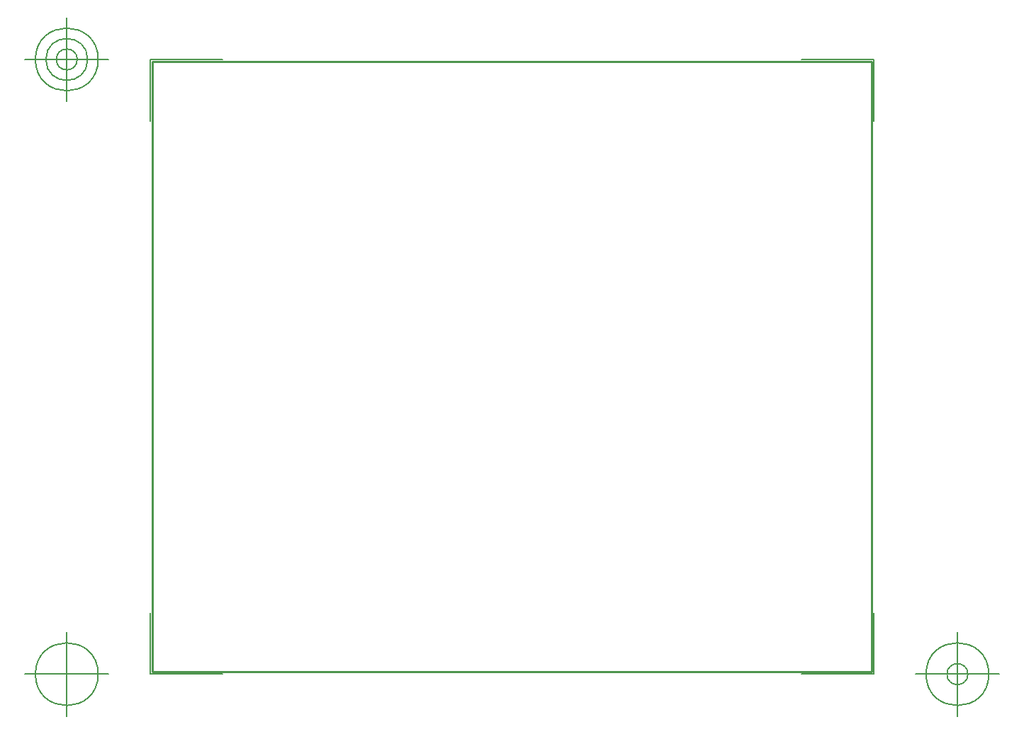
<source format=gbr>
G04 Generated by Ultiboard 14.0 *
%FSLAX24Y24*%
%MOIN*%

%ADD10C,0.0001*%
%ADD11C,0.0050*%
%ADD12C,0.0100*%


G04 ColorRGB FF14FF for the following layer *
%LNSilkscreen Bottom*%
%LPD*%
G54D10*
G54D11*
X25960Y4200D02*
X25960Y7095D01*
X25960Y4200D02*
X29362Y4200D01*
X59980Y4200D02*
X56578Y4200D01*
X59980Y4200D02*
X59980Y7095D01*
X59980Y33150D02*
X59980Y30255D01*
X59980Y33150D02*
X56578Y33150D01*
X25960Y33150D02*
X29362Y33150D01*
X25960Y33150D02*
X25960Y30255D01*
X23991Y4200D02*
X20054Y4200D01*
X22023Y2231D02*
X22023Y6169D01*
X20547Y4200D02*
G75*
D01*
G02X20547Y4200I1476J0*
G01*
X61949Y4200D02*
X65886Y4200D01*
X63917Y2231D02*
X63917Y6169D01*
X62441Y4200D02*
G75*
D01*
G02X62441Y4200I1476J0*
G01*
X63425Y4200D02*
G75*
D01*
G02X63425Y4200I492J0*
G01*
X23991Y33150D02*
X20054Y33150D01*
X22023Y31181D02*
X22023Y35119D01*
X20547Y33150D02*
G75*
D01*
G02X20547Y33150I1476J0*
G01*
X21039Y33150D02*
G75*
D01*
G02X21039Y33150I984J0*
G01*
X21531Y33150D02*
G75*
D01*
G02X21531Y33150I492J0*
G01*
X25960Y4200D02*
X25960Y7095D01*
X25960Y4200D02*
X29362Y4200D01*
X59980Y4200D02*
X56578Y4200D01*
X59980Y4200D02*
X59980Y7095D01*
X59980Y33150D02*
X59980Y30255D01*
X59980Y33150D02*
X56578Y33150D01*
X25960Y33150D02*
X29362Y33150D01*
X25960Y33150D02*
X25960Y30255D01*
X23991Y4200D02*
X20054Y4200D01*
X22023Y2231D02*
X22023Y6169D01*
X20547Y4200D02*
G75*
D01*
G02X20547Y4200I1476J0*
G01*
X61949Y4200D02*
X65886Y4200D01*
X63917Y2231D02*
X63917Y6169D01*
X62441Y4200D02*
G75*
D01*
G02X62441Y4200I1476J0*
G01*
X63425Y4200D02*
G75*
D01*
G02X63425Y4200I492J0*
G01*
X23991Y33150D02*
X20054Y33150D01*
X22023Y31181D02*
X22023Y35119D01*
X20547Y33150D02*
G75*
D01*
G02X20547Y33150I1476J0*
G01*
X21039Y33150D02*
G75*
D01*
G02X21039Y33150I984J0*
G01*
X21531Y33150D02*
G75*
D01*
G02X21531Y33150I492J0*
G01*
G54D12*
X26060Y4300D02*
X59880Y4300D01*
X59880Y33050D01*
X26060Y33050D01*
X26060Y4300D01*

M02*

</source>
